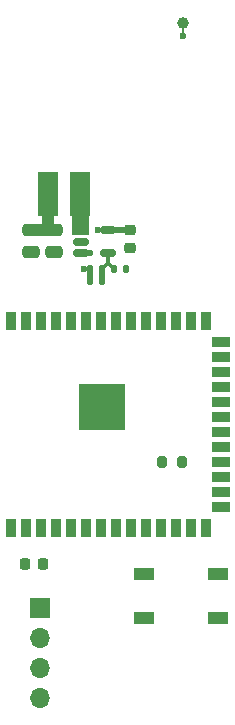
<source format=gbr>
%TF.GenerationSoftware,KiCad,Pcbnew,8.0.3*%
%TF.CreationDate,2024-07-17T21:07:09-04:00*%
%TF.ProjectId,Mainboard,4d61696e-626f-4617-9264-2e6b69636164,rev?*%
%TF.SameCoordinates,Original*%
%TF.FileFunction,Copper,L2,Bot*%
%TF.FilePolarity,Positive*%
%FSLAX46Y46*%
G04 Gerber Fmt 4.6, Leading zero omitted, Abs format (unit mm)*
G04 Created by KiCad (PCBNEW 8.0.3) date 2024-07-17 21:07:09*
%MOMM*%
%LPD*%
G01*
G04 APERTURE LIST*
G04 Aperture macros list*
%AMRoundRect*
0 Rectangle with rounded corners*
0 $1 Rounding radius*
0 $2 $3 $4 $5 $6 $7 $8 $9 X,Y pos of 4 corners*
0 Add a 4 corners polygon primitive as box body*
4,1,4,$2,$3,$4,$5,$6,$7,$8,$9,$2,$3,0*
0 Add four circle primitives for the rounded corners*
1,1,$1+$1,$2,$3*
1,1,$1+$1,$4,$5*
1,1,$1+$1,$6,$7*
1,1,$1+$1,$8,$9*
0 Add four rect primitives between the rounded corners*
20,1,$1+$1,$2,$3,$4,$5,0*
20,1,$1+$1,$4,$5,$6,$7,0*
20,1,$1+$1,$6,$7,$8,$9,0*
20,1,$1+$1,$8,$9,$2,$3,0*%
G04 Aperture macros list end*
%TA.AperFunction,Conductor*%
%ADD10C,0.200000*%
%TD*%
%TA.AperFunction,SMDPad,CuDef*%
%ADD11R,1.700000X3.700000*%
%TD*%
%TA.AperFunction,SMDPad,CuDef*%
%ADD12RoundRect,0.225000X-0.250000X0.225000X-0.250000X-0.225000X0.250000X-0.225000X0.250000X0.225000X0*%
%TD*%
%TA.AperFunction,SMDPad,CuDef*%
%ADD13RoundRect,0.225000X0.225000X0.250000X-0.225000X0.250000X-0.225000X-0.250000X0.225000X-0.250000X0*%
%TD*%
%TA.AperFunction,SMDPad,CuDef*%
%ADD14RoundRect,0.250000X-0.475000X0.250000X-0.475000X-0.250000X0.475000X-0.250000X0.475000X0.250000X0*%
%TD*%
%TA.AperFunction,SMDPad,CuDef*%
%ADD15RoundRect,0.135000X-0.135000X-0.185000X0.135000X-0.185000X0.135000X0.185000X-0.135000X0.185000X0*%
%TD*%
%TA.AperFunction,SMDPad,CuDef*%
%ADD16RoundRect,0.200000X0.200000X0.275000X-0.200000X0.275000X-0.200000X-0.275000X0.200000X-0.275000X0*%
%TD*%
%TA.AperFunction,SMDPad,CuDef*%
%ADD17R,1.800000X1.100000*%
%TD*%
%TA.AperFunction,SMDPad,CuDef*%
%ADD18RoundRect,0.140000X-0.140000X-0.170000X0.140000X-0.170000X0.140000X0.170000X-0.140000X0.170000X0*%
%TD*%
%TA.AperFunction,ComponentPad*%
%ADD19R,1.700000X1.700000*%
%TD*%
%TA.AperFunction,ComponentPad*%
%ADD20O,1.700000X1.700000*%
%TD*%
%TA.AperFunction,SMDPad,CuDef*%
%ADD21RoundRect,0.150000X-0.512500X-0.150000X0.512500X-0.150000X0.512500X0.150000X-0.512500X0.150000X0*%
%TD*%
%TA.AperFunction,SMDPad,CuDef*%
%ADD22R,0.900000X1.500000*%
%TD*%
%TA.AperFunction,SMDPad,CuDef*%
%ADD23R,1.500000X0.900000*%
%TD*%
%TA.AperFunction,HeatsinkPad*%
%ADD24C,0.600000*%
%TD*%
%TA.AperFunction,SMDPad,CuDef*%
%ADD25R,3.900000X3.900000*%
%TD*%
%TA.AperFunction,SMDPad,CuDef*%
%ADD26C,1.000000*%
%TD*%
%TA.AperFunction,ViaPad*%
%ADD27C,0.600000*%
%TD*%
%TA.AperFunction,Conductor*%
%ADD28C,0.500000*%
%TD*%
%TA.AperFunction,Conductor*%
%ADD29C,1.000000*%
%TD*%
%TA.AperFunction,Conductor*%
%ADD30C,0.300000*%
%TD*%
G04 APERTURE END LIST*
%TO.N,Net-(U2-SW)*%
D10*
X139705500Y-83566000D02*
X140975500Y-83566000D01*
X140975500Y-85471000D01*
X139705500Y-85471000D01*
X139705500Y-83566000D01*
%TA.AperFunction,Conductor*%
G36*
X139705500Y-83566000D02*
G01*
X140975500Y-83566000D01*
X140975500Y-85471000D01*
X139705500Y-85471000D01*
X139705500Y-83566000D01*
G37*
%TD.AperFunction*%
%TD*%
D11*
%TO.P,L1,1,1*%
%TO.N,Net-(U2-SW)*%
X140293500Y-82042000D03*
%TO.P,L1,2,2*%
%TO.N,+3V3*%
X137593500Y-82042000D03*
%TD*%
D12*
%TO.P,C2,1*%
%TO.N,+5V*%
X144531500Y-85077000D03*
%TO.P,C2,2*%
%TO.N,GND*%
X144531500Y-86627000D03*
%TD*%
D13*
%TO.P,C1,1*%
%TO.N,GND*%
X137173000Y-113411000D03*
%TO.P,C1,2*%
%TO.N,+3V3*%
X135623000Y-113411000D03*
%TD*%
D14*
%TO.P,C3,1*%
%TO.N,+3V3*%
X138049000Y-85090000D03*
%TO.P,C3,2*%
%TO.N,GND*%
X138049000Y-86990000D03*
%TD*%
%TO.P,C4,1*%
%TO.N,+3V3*%
X136144000Y-85090000D03*
%TO.P,C4,2*%
%TO.N,GND*%
X136144000Y-86990000D03*
%TD*%
D15*
%TO.P,R36,1*%
%TO.N,Net-(U2-FB)*%
X143132500Y-88392000D03*
%TO.P,R36,2*%
%TO.N,GND*%
X144152500Y-88392000D03*
%TD*%
%TO.P,R35,1*%
%TO.N,+3V3*%
X141100500Y-88392000D03*
%TO.P,R35,2*%
%TO.N,Net-(U2-FB)*%
X142120500Y-88392000D03*
%TD*%
D16*
%TO.P,R1,1*%
%TO.N,+3V3*%
X148907000Y-104775000D03*
%TO.P,R1,2*%
%TO.N,Net-(U1-EN)*%
X147257000Y-104775000D03*
%TD*%
D17*
%TO.P,SW1,1,1*%
%TO.N,Net-(U1-IO0)*%
X151944000Y-114228000D03*
X145744000Y-114228000D03*
%TO.P,SW1,2,2*%
%TO.N,GND*%
X151944000Y-117928000D03*
X145744000Y-117928000D03*
%TD*%
D18*
%TO.P,C5,1*%
%TO.N,+3V3*%
X141150400Y-89392800D03*
%TO.P,C5,2*%
%TO.N,Net-(U2-FB)*%
X142110400Y-89392800D03*
%TD*%
D19*
%TO.P,J1,1,Pin_1*%
%TO.N,+3V3*%
X136906000Y-117094000D03*
D20*
%TO.P,J1,2,Pin_2*%
%TO.N,TX*%
X136906000Y-119634000D03*
%TO.P,J1,3,Pin_3*%
%TO.N,RX*%
X136906000Y-122174000D03*
%TO.P,J1,4,Pin_4*%
%TO.N,GND*%
X136906000Y-124714000D03*
%TD*%
D21*
%TO.P,U2,1,EN*%
%TO.N,+5V*%
X140346000Y-87056000D03*
%TO.P,U2,2,GND*%
%TO.N,GND*%
X140346000Y-86106000D03*
%TO.P,U2,3,SW*%
%TO.N,Net-(U2-SW)*%
X140346000Y-85156000D03*
%TO.P,U2,4,VIN*%
%TO.N,+5V*%
X142621000Y-85156000D03*
%TO.P,U2,5,FB*%
%TO.N,Net-(U2-FB)*%
X142621000Y-87056000D03*
%TD*%
D22*
%TO.P,U1,1,GND*%
%TO.N,GND*%
X134440000Y-92850000D03*
%TO.P,U1,2,VCC*%
%TO.N,+3V3*%
X135710000Y-92850000D03*
%TO.P,U1,3,EN*%
%TO.N,Net-(U1-EN)*%
X136980000Y-92850000D03*
%TO.P,U1,4,IO4*%
%TO.N,unconnected-(U1-IO4-Pad4)*%
X138250000Y-92850000D03*
%TO.P,U1,5,IO5*%
%TO.N,unconnected-(U1-IO5-Pad5)*%
X139520000Y-92850000D03*
%TO.P,U1,6,IO6*%
%TO.N,CTRL_1800k*%
X140790000Y-92850000D03*
%TO.P,U1,7,IO7*%
%TO.N,unconnected-(U1-IO7-Pad7)*%
X142060000Y-92850000D03*
%TO.P,U1,8,IO15*%
%TO.N,CTRL_3000k*%
X143330000Y-92850000D03*
%TO.P,U1,9,IO16*%
%TO.N,unconnected-(U1-IO16-Pad9)*%
X144600000Y-92850000D03*
%TO.P,U1,10,IO17*%
%TO.N,unconnected-(U1-IO17-Pad10)*%
X145870000Y-92850000D03*
%TO.P,U1,11,IO18*%
%TO.N,unconnected-(U1-IO18-Pad11)*%
X147140000Y-92850000D03*
%TO.P,U1,12,IO8*%
%TO.N,unconnected-(U1-IO8-Pad12)*%
X148410000Y-92850000D03*
%TO.P,U1,13,IO19*%
%TO.N,USB_D-*%
X149680000Y-92850000D03*
%TO.P,U1,14,IO20*%
%TO.N,USB_D+*%
X150950000Y-92850000D03*
D23*
%TO.P,U1,15,IO3*%
%TO.N,CTRL_2812B*%
X152200000Y-94615000D03*
%TO.P,U1,16,IO46*%
%TO.N,unconnected-(U1-IO46-Pad16)*%
X152200000Y-95885000D03*
%TO.P,U1,17,IO9*%
%TO.N,unconnected-(U1-IO9-Pad17)*%
X152200000Y-97155000D03*
%TO.P,U1,18,IO10*%
%TO.N,unconnected-(U1-IO10-Pad18)*%
X152200000Y-98425000D03*
%TO.P,U1,19,IO11*%
%TO.N,unconnected-(U1-IO11-Pad19)*%
X152200000Y-99695000D03*
%TO.P,U1,20,IO12*%
%TO.N,unconnected-(U1-IO12-Pad20)*%
X152200000Y-100965000D03*
%TO.P,U1,21,IO13*%
%TO.N,unconnected-(U1-IO13-Pad21)*%
X152200000Y-102235000D03*
%TO.P,U1,22,IO14*%
%TO.N,unconnected-(U1-IO14-Pad22)*%
X152200000Y-103505000D03*
%TO.P,U1,23,IO21*%
%TO.N,unconnected-(U1-IO21-Pad23)*%
X152200000Y-104775000D03*
%TO.P,U1,24,IO33*%
%TO.N,unconnected-(U1-IO33-Pad24)*%
X152200000Y-106045000D03*
%TO.P,U1,25,IO34*%
%TO.N,unconnected-(U1-IO34-Pad25)*%
X152200000Y-107315000D03*
%TO.P,U1,26,IO45*%
%TO.N,unconnected-(U1-IO45-Pad26)*%
X152200000Y-108585000D03*
D22*
%TO.P,U1,27,IO0*%
%TO.N,Net-(U1-IO0)*%
X150950000Y-110350000D03*
%TO.P,U1,28,IO35*%
%TO.N,unconnected-(U1-IO35-Pad28)*%
X149680000Y-110350000D03*
%TO.P,U1,29,IO36*%
%TO.N,unconnected-(U1-IO36-Pad29)*%
X148410000Y-110350000D03*
%TO.P,U1,30,IO37*%
%TO.N,unconnected-(U1-IO37-Pad30)*%
X147140000Y-110350000D03*
%TO.P,U1,31,IO38*%
%TO.N,unconnected-(U1-IO38-Pad31)*%
X145870000Y-110350000D03*
%TO.P,U1,32,IO39*%
%TO.N,unconnected-(U1-IO39-Pad32)*%
X144600000Y-110350000D03*
%TO.P,U1,33,IO40*%
%TO.N,unconnected-(U1-IO40-Pad33)*%
X143330000Y-110350000D03*
%TO.P,U1,34,IO41*%
%TO.N,unconnected-(U1-IO41-Pad34)*%
X142060000Y-110350000D03*
%TO.P,U1,35,IO42*%
%TO.N,unconnected-(U1-IO42-Pad35)*%
X140790000Y-110350000D03*
%TO.P,U1,36,RX*%
%TO.N,RX*%
X139520000Y-110350000D03*
%TO.P,U1,37,TX*%
%TO.N,TX*%
X138250000Y-110350000D03*
%TO.P,U1,38,IO2*%
%TO.N,unconnected-(U1-IO2-Pad38)*%
X136980000Y-110350000D03*
%TO.P,U1,39,IO1*%
%TO.N,unconnected-(U1-IO1-Pad39)*%
X135710000Y-110350000D03*
%TO.P,U1,40,GND*%
%TO.N,GND*%
X134440000Y-110350000D03*
D24*
%TO.P,U1,41,EPAD*%
X141460000Y-98700000D03*
X142860000Y-98700000D03*
X140760000Y-99400000D03*
X142160000Y-99400000D03*
X143560000Y-99400000D03*
X141460000Y-100100000D03*
D25*
X142160000Y-100100000D03*
D24*
X142860000Y-100100000D03*
X140760000Y-100800000D03*
X142160000Y-100800000D03*
X143560000Y-100800000D03*
X141460000Y-101500000D03*
X142860000Y-101500000D03*
%TD*%
D26*
%TO.P,TP1,1,1*%
%TO.N,Net-(D40-DOUT)*%
X148976726Y-67565410D03*
%TD*%
D27*
%TO.N,Net-(D40-DOUT)*%
X148977649Y-68700351D03*
%TO.N,+3V3*%
X140665200Y-88392000D03*
X137083800Y-85100200D03*
%TO.N,+5V*%
X141153300Y-87056000D03*
X141813700Y-85156000D03*
%TD*%
D10*
%TO.N,Net-(D40-DOUT)*%
X148977649Y-68700351D02*
X148977649Y-67566333D01*
X148977649Y-67566333D02*
X148976726Y-67565410D01*
D28*
%TO.N,+3V3*%
X141150400Y-89392800D02*
X141150400Y-88441900D01*
X141150400Y-88441900D02*
X141100500Y-88392000D01*
%TO.N,Net-(U2-FB)*%
X142110400Y-89392800D02*
X142110400Y-88402100D01*
X142110400Y-88402100D02*
X142120500Y-88392000D01*
D29*
%TO.N,+3V3*%
X137094000Y-85090000D02*
X138049000Y-85090000D01*
X137083800Y-85100200D02*
X137094000Y-85090000D01*
X137073600Y-85090000D02*
X137083800Y-85100200D01*
X137593500Y-82042000D02*
X137593500Y-85037500D01*
X137593500Y-85037500D02*
X137541000Y-85090000D01*
X136144000Y-85090000D02*
X137073600Y-85090000D01*
D28*
%TO.N,+5V*%
X142621000Y-85156000D02*
X144452500Y-85156000D01*
X144452500Y-85156000D02*
X144531500Y-85077000D01*
D30*
%TO.N,Net-(U2-FB)*%
X142120500Y-88392000D02*
X142621000Y-87891500D01*
X142621000Y-87891500D02*
X142621000Y-87056000D01*
X142621000Y-87056000D02*
X142621000Y-87880500D01*
X142621000Y-87880500D02*
X143132500Y-88392000D01*
%TD*%
M02*

</source>
